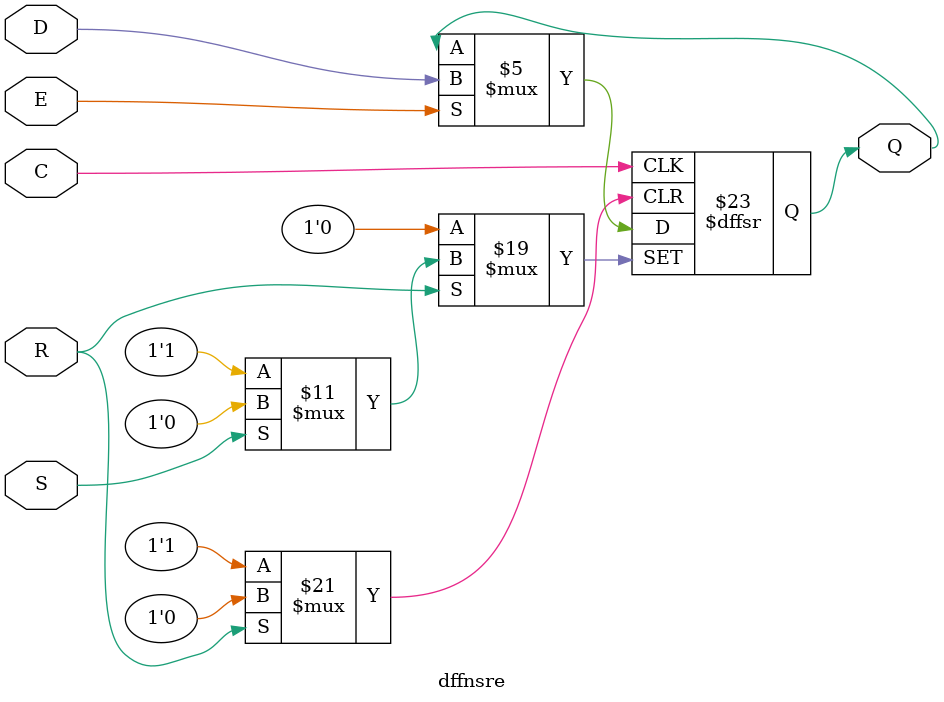
<source format=v>
module dffnsre(
    output reg Q,
    input D,
    (* clkbuf_sink *)
    input C,
    input E,
    input R,
    input S
);
    parameter [0:0] INIT = 1'b0;
    initial Q = INIT;
        always @(negedge C or negedge S or negedge R)
          if (!R)
            Q <= 1'b0;
          else if (!S)
            Q <= 1'b1;
          else if (E)
            Q <= D;
endmodule
</source>
